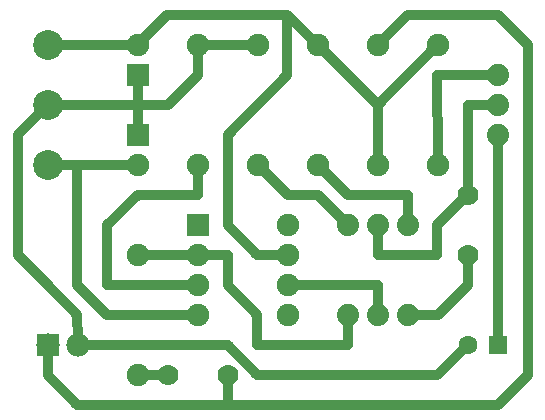
<source format=gbl>
G04 MADE WITH FRITZING*
G04 WWW.FRITZING.ORG*
G04 SINGLE SIDED*
G04 HOLES NOT PLATED*
G04 CONTOUR ON CENTER OF CONTOUR VECTOR*
%ASAXBY*%
%FSLAX23Y23*%
%MOIN*%
%OFA0B0*%
%SFA1.0B1.0*%
%ADD10C,0.075000*%
%ADD11C,0.074000*%
%ADD12C,0.078000*%
%ADD13C,0.062992*%
%ADD14C,0.099583*%
%ADD15C,0.070000*%
%ADD16R,0.075000X0.075000*%
%ADD17R,0.078000X0.078000*%
%ADD18R,0.062992X0.062992*%
%ADD19C,0.032000*%
%LNCOPPER0*%
G90*
G70*
G54D10*
X700Y700D03*
X1000Y700D03*
X700Y600D03*
X1000Y600D03*
X700Y500D03*
X1000Y500D03*
X700Y400D03*
X1000Y400D03*
X500Y1200D03*
X500Y1300D03*
X500Y1000D03*
X500Y900D03*
X1500Y900D03*
X1500Y1300D03*
X900Y900D03*
X900Y1300D03*
X1100Y900D03*
X1100Y1300D03*
X700Y900D03*
X700Y1300D03*
X500Y600D03*
X500Y200D03*
X1300Y1300D03*
X1300Y900D03*
G54D11*
X1200Y400D03*
X1300Y400D03*
X1400Y400D03*
X1200Y700D03*
X1300Y700D03*
X1400Y700D03*
G54D12*
X200Y300D03*
X300Y300D03*
G54D13*
X1700Y300D03*
X1602Y300D03*
G54D14*
X200Y1300D03*
X200Y1100D03*
X200Y900D03*
G54D15*
X600Y200D03*
X800Y200D03*
X1600Y800D03*
X1600Y600D03*
G54D11*
X1700Y1200D03*
X1700Y1100D03*
X1700Y1000D03*
G54D16*
X700Y700D03*
X500Y1200D03*
X500Y1000D03*
G54D17*
X200Y300D03*
G54D18*
X1700Y300D03*
G54D19*
X718Y1300D02*
X883Y1300D01*
D02*
X518Y600D02*
X683Y600D01*
D02*
X299Y900D02*
X483Y900D01*
D02*
X229Y900D02*
X299Y900D01*
D02*
X299Y501D02*
X299Y900D01*
D02*
X399Y400D02*
X299Y501D01*
D02*
X683Y400D02*
X399Y400D01*
D02*
X1018Y500D02*
X1301Y501D01*
D02*
X1301Y501D02*
X1300Y420D01*
D02*
X1200Y380D02*
X1200Y300D01*
D02*
X1200Y300D02*
X899Y300D01*
D02*
X899Y300D02*
X899Y400D01*
D02*
X899Y400D02*
X800Y499D01*
D02*
X800Y600D02*
X718Y600D01*
D02*
X800Y499D02*
X800Y600D01*
D02*
X1000Y800D02*
X1100Y800D01*
D02*
X912Y888D02*
X1000Y800D01*
D02*
X1100Y800D02*
X1100Y800D01*
D02*
X1100Y800D02*
X1186Y714D01*
D02*
X1301Y1101D02*
X1488Y1288D01*
D02*
X1301Y1101D02*
X1112Y1288D01*
D02*
X1300Y918D02*
X1301Y1101D01*
D02*
X999Y1400D02*
X1088Y1312D01*
D02*
X999Y1201D02*
X999Y1400D01*
D02*
X999Y1400D02*
X599Y1400D01*
D02*
X801Y1000D02*
X999Y1201D01*
D02*
X599Y1400D02*
X512Y1312D01*
D02*
X801Y699D02*
X801Y1000D01*
D02*
X899Y601D02*
X801Y699D01*
D02*
X999Y601D02*
X899Y601D01*
D02*
X999Y601D02*
X999Y601D01*
D02*
X899Y199D02*
X1499Y199D01*
D02*
X1499Y199D02*
X1590Y289D01*
D02*
X801Y300D02*
X899Y199D01*
D02*
X399Y300D02*
X801Y300D01*
D02*
X319Y300D02*
X399Y300D01*
D02*
X201Y501D02*
X100Y601D01*
D02*
X100Y601D02*
X100Y1001D01*
D02*
X299Y400D02*
X201Y501D01*
D02*
X100Y1001D02*
X179Y1080D01*
D02*
X300Y319D02*
X299Y400D01*
D02*
X585Y200D02*
X518Y200D01*
D02*
X1700Y99D02*
X1800Y199D01*
D02*
X1800Y199D02*
X1800Y1299D01*
D02*
X801Y99D02*
X1700Y99D01*
D02*
X1800Y1299D02*
X1700Y1400D01*
D02*
X801Y99D02*
X299Y99D01*
D02*
X1700Y1400D02*
X1401Y1400D01*
D02*
X299Y99D02*
X201Y199D01*
D02*
X800Y185D02*
X801Y99D01*
D02*
X1401Y1400D02*
X1312Y1312D01*
D02*
X201Y199D02*
X200Y281D01*
D02*
X1600Y501D02*
X1501Y400D01*
D02*
X1501Y400D02*
X1420Y400D01*
D02*
X1600Y585D02*
X1600Y501D01*
D02*
X1200Y800D02*
X1401Y800D01*
D02*
X1401Y800D02*
X1400Y720D01*
D02*
X1112Y888D02*
X1200Y800D01*
D02*
X399Y699D02*
X500Y800D01*
D02*
X500Y800D02*
X700Y800D01*
D02*
X399Y501D02*
X399Y699D01*
D02*
X683Y500D02*
X399Y501D01*
D02*
X500Y1101D02*
X229Y1100D01*
D02*
X500Y1101D02*
X500Y1018D01*
D02*
X500Y1183D02*
X500Y1101D01*
D02*
X700Y1200D02*
X600Y1100D01*
D02*
X600Y1100D02*
X500Y1101D01*
D02*
X700Y1283D02*
X700Y1200D01*
D02*
X700Y883D02*
X700Y800D01*
D02*
X1500Y918D02*
X1499Y1201D01*
D02*
X1499Y1201D02*
X1684Y1200D01*
D02*
X229Y1300D02*
X483Y1300D01*
D02*
X1700Y316D02*
X1700Y984D01*
D02*
X1300Y680D02*
X1301Y601D01*
D02*
X1301Y601D02*
X1499Y601D01*
D02*
X1499Y601D02*
X1499Y699D01*
D02*
X1499Y699D02*
X1589Y789D01*
D02*
X1600Y815D02*
X1600Y1101D01*
D02*
X1600Y1101D02*
X1684Y1100D01*
G04 End of Copper0*
M02*
</source>
